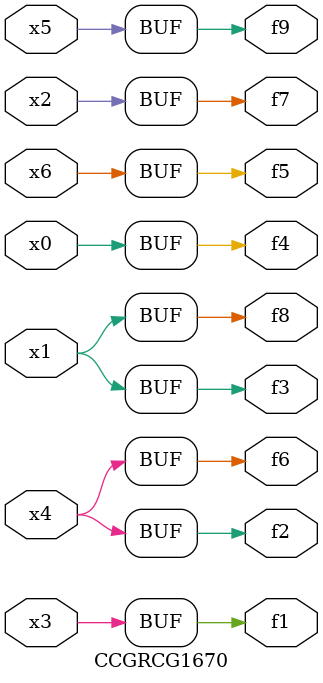
<source format=v>
module CCGRCG1670(
	input x0, x1, x2, x3, x4, x5, x6,
	output f1, f2, f3, f4, f5, f6, f7, f8, f9
);
	assign f1 = x3;
	assign f2 = x4;
	assign f3 = x1;
	assign f4 = x0;
	assign f5 = x6;
	assign f6 = x4;
	assign f7 = x2;
	assign f8 = x1;
	assign f9 = x5;
endmodule

</source>
